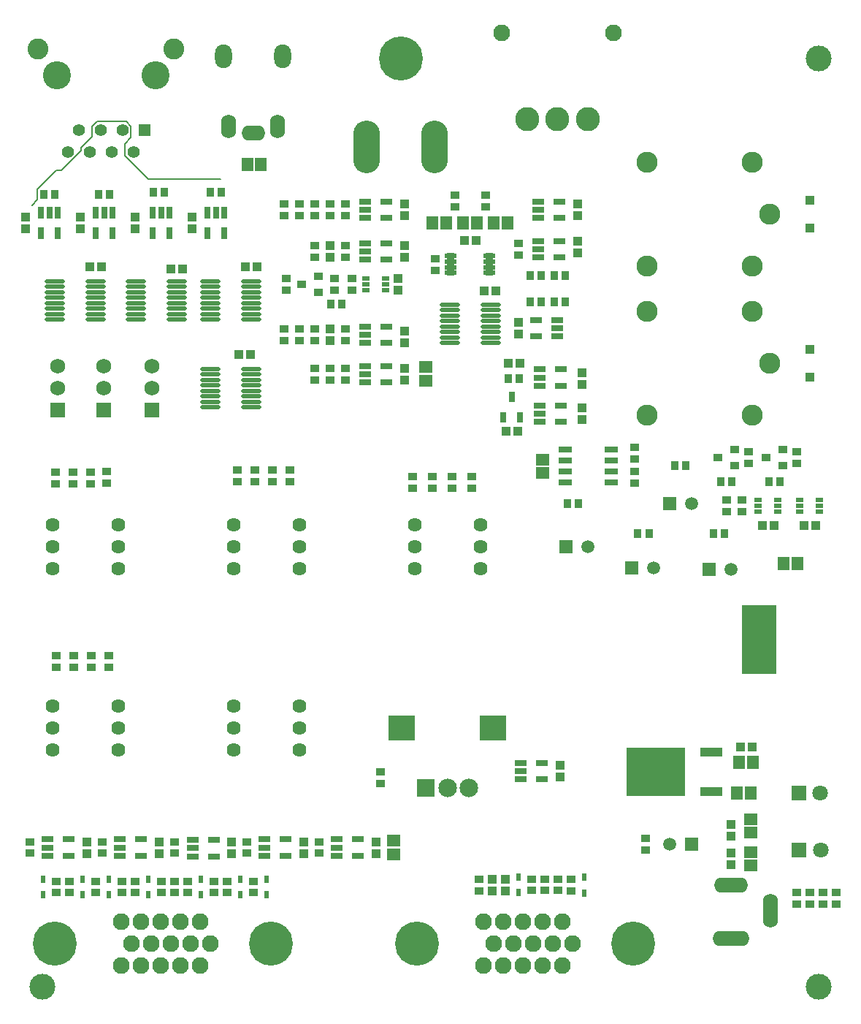
<source format=gts>
G04*
G04 #@! TF.GenerationSoftware,Altium Limited,Altium Designer,23.10.1 (27)*
G04*
G04 Layer_Color=8388736*
%FSLAX25Y25*%
%MOIN*%
G70*
G04*
G04 #@! TF.SameCoordinates,25415466-D0CE-43B0-AC23-F92A6D1D0972*
G04*
G04*
G04 #@! TF.FilePolarity,Negative*
G04*
G01*
G75*
%ADD15C,0.00800*%
%ADD36R,0.04331X0.03937*%
%ADD37R,0.05512X0.03150*%
%ADD38R,0.04134X0.03740*%
%ADD39R,0.03740X0.01968*%
%ADD40R,0.03937X0.03543*%
%ADD41R,0.03740X0.04134*%
%ADD42R,0.05906X0.05512*%
%ADD43R,0.03937X0.04331*%
%ADD44O,0.09252X0.01968*%
%ADD45O,0.05709X0.02362*%
%ADD46R,0.05512X0.05906*%
%ADD47R,0.02756X0.04528*%
%ADD48R,0.06496X0.02756*%
%ADD49R,0.03150X0.05512*%
%ADD50R,0.09843X0.04331*%
%ADD51R,0.27165X0.22244*%
%ADD52R,0.02362X0.03543*%
%ADD53R,0.04134X0.03937*%
%ADD54C,0.11811*%
%ADD55C,0.07677*%
%ADD56C,0.11024*%
%ADD57C,0.20079*%
%ADD58O,0.12205X0.24016*%
%ADD59O,0.07677X0.10827*%
%ADD60O,0.06890X0.10827*%
%ADD61O,0.10827X0.06890*%
%ADD62C,0.00394*%
%ADD63C,0.05472*%
%ADD64R,0.05472X0.05472*%
%ADD65C,0.09528*%
%ADD66C,0.12795*%
%ADD67R,0.05906X0.05906*%
%ADD68C,0.05906*%
%ADD69C,0.09646*%
%ADD70R,0.07087X0.07087*%
%ADD71C,0.07087*%
%ADD72O,0.16929X0.06890*%
%ADD73O,0.15551X0.06890*%
%ADD74O,0.06890X0.15551*%
%ADD75C,0.06394*%
%ADD76R,0.12402X0.11614*%
%ADD77R,0.08465X0.08465*%
%ADD78C,0.08465*%
%ADD79R,0.06890X0.06890*%
%ADD80C,0.06890*%
G36*
X354748Y178000D02*
Y162252D01*
X339000D01*
Y178000D01*
Y193748D01*
X354748D01*
Y178000D01*
D02*
G37*
D15*
X15000Y376000D02*
X15000Y376000D01*
X68205Y388000D02*
X101000D01*
X57430Y398775D02*
X68205Y388000D01*
X57430Y398775D02*
Y403969D01*
X60302Y406842D01*
Y412036D01*
X57997Y414342D02*
X60302Y412036D01*
X44736Y414342D02*
X57997D01*
X42430Y412036D02*
X44736Y414342D01*
X42430Y407430D02*
Y412036D01*
X37430Y402430D02*
X42430Y407430D01*
X37430Y400903D02*
Y402430D01*
X28446Y391919D02*
X37430Y400903D01*
X26120Y391919D02*
X28446D01*
X17568Y383367D02*
X26120Y391919D01*
X17568Y378568D02*
Y383367D01*
X15000Y376000D02*
X17568Y378568D01*
D36*
X185000Y371343D02*
D03*
Y376657D02*
D03*
Y352343D02*
D03*
Y357657D02*
D03*
X151000D02*
D03*
Y352343D02*
D03*
X182000Y337343D02*
D03*
Y342657D02*
D03*
X151000Y314343D02*
D03*
Y319657D02*
D03*
X185000Y313343D02*
D03*
Y318657D02*
D03*
Y296343D02*
D03*
Y301657D02*
D03*
X264000Y371343D02*
D03*
Y376657D02*
D03*
Y354343D02*
D03*
Y359657D02*
D03*
X237000Y322657D02*
D03*
Y317343D02*
D03*
X266000Y294342D02*
D03*
Y299658D02*
D03*
Y278343D02*
D03*
Y283658D02*
D03*
X12000Y370657D02*
D03*
Y365343D02*
D03*
X88000Y370669D02*
D03*
Y365354D02*
D03*
X62000Y370510D02*
D03*
Y365195D02*
D03*
X37000Y370657D02*
D03*
Y365343D02*
D03*
X334000Y93657D02*
D03*
Y88342D02*
D03*
Y80658D02*
D03*
Y75343D02*
D03*
X256000Y115343D02*
D03*
Y120657D02*
D03*
X73000Y80469D02*
D03*
Y85783D02*
D03*
X40000Y80469D02*
D03*
Y85783D02*
D03*
X106000Y80469D02*
D03*
Y85783D02*
D03*
X139000Y80469D02*
D03*
Y85783D02*
D03*
X172000Y80469D02*
D03*
Y85783D02*
D03*
X231000Y63343D02*
D03*
Y68657D02*
D03*
X225000Y63343D02*
D03*
Y68657D02*
D03*
D37*
X167276Y358740D02*
D03*
Y355000D02*
D03*
Y351260D02*
D03*
X176724D02*
D03*
Y358740D02*
D03*
X167276Y377740D02*
D03*
Y374000D02*
D03*
Y370260D02*
D03*
X176724D02*
D03*
Y377740D02*
D03*
X167276Y320740D02*
D03*
Y317000D02*
D03*
Y313260D02*
D03*
X176724D02*
D03*
Y320740D02*
D03*
X167276Y302740D02*
D03*
Y299000D02*
D03*
Y295260D02*
D03*
X176724D02*
D03*
Y302740D02*
D03*
X246276Y377740D02*
D03*
Y374000D02*
D03*
Y370260D02*
D03*
X255724D02*
D03*
Y377740D02*
D03*
X246276Y359740D02*
D03*
Y356000D02*
D03*
Y352260D02*
D03*
X255724D02*
D03*
Y359740D02*
D03*
X254724Y316260D02*
D03*
Y320000D02*
D03*
Y323740D02*
D03*
X245276D02*
D03*
Y316260D02*
D03*
X246929Y301173D02*
D03*
Y297433D02*
D03*
Y293693D02*
D03*
X256378D02*
D03*
Y301173D02*
D03*
X246929Y284646D02*
D03*
Y280906D02*
D03*
Y277165D02*
D03*
X256378D02*
D03*
Y284646D02*
D03*
X238276Y121740D02*
D03*
Y118000D02*
D03*
Y114260D02*
D03*
X247724D02*
D03*
Y121740D02*
D03*
X88551Y86606D02*
D03*
Y82866D02*
D03*
Y79126D02*
D03*
X98000D02*
D03*
Y86606D02*
D03*
X55276Y86866D02*
D03*
Y83126D02*
D03*
Y79386D02*
D03*
X64724D02*
D03*
Y86866D02*
D03*
X22276D02*
D03*
Y83126D02*
D03*
Y79386D02*
D03*
X31724D02*
D03*
Y86866D02*
D03*
X121276D02*
D03*
Y83126D02*
D03*
Y79386D02*
D03*
X130724D02*
D03*
Y86866D02*
D03*
X154276D02*
D03*
Y83126D02*
D03*
Y79386D02*
D03*
X163724D02*
D03*
Y86866D02*
D03*
D38*
X158000Y371441D02*
D03*
Y376559D02*
D03*
X151000Y371441D02*
D03*
Y376559D02*
D03*
X144000Y371441D02*
D03*
Y376559D02*
D03*
X137000D02*
D03*
Y371441D02*
D03*
X130000D02*
D03*
Y376559D02*
D03*
X158000Y352441D02*
D03*
Y357559D02*
D03*
X144000Y352441D02*
D03*
Y357559D02*
D03*
X161000Y342559D02*
D03*
Y337441D02*
D03*
X153000Y342559D02*
D03*
Y337441D02*
D03*
X131000D02*
D03*
Y342559D02*
D03*
X144000Y319559D02*
D03*
Y314441D02*
D03*
X137000D02*
D03*
Y319559D02*
D03*
X130000Y314441D02*
D03*
Y319559D02*
D03*
X158000D02*
D03*
Y314441D02*
D03*
Y301559D02*
D03*
Y296441D02*
D03*
X144000D02*
D03*
Y301559D02*
D03*
X151000Y296441D02*
D03*
Y301559D02*
D03*
X199000Y351559D02*
D03*
Y346441D02*
D03*
X208000Y380559D02*
D03*
Y375441D02*
D03*
X222000Y380559D02*
D03*
Y375441D02*
D03*
X237000Y358559D02*
D03*
Y353441D02*
D03*
X290000Y265559D02*
D03*
Y260441D02*
D03*
Y254559D02*
D03*
Y249441D02*
D03*
X339000Y241559D02*
D03*
Y236441D02*
D03*
X332000Y241559D02*
D03*
Y236441D02*
D03*
X342000Y258441D02*
D03*
Y263559D02*
D03*
X364000Y258441D02*
D03*
Y263559D02*
D03*
X364000Y62559D02*
D03*
Y57441D02*
D03*
X376000Y62559D02*
D03*
Y57441D02*
D03*
X370000Y62559D02*
D03*
Y57441D02*
D03*
X382000Y62559D02*
D03*
Y57441D02*
D03*
X41866Y254220D02*
D03*
Y249102D02*
D03*
X25866Y254220D02*
D03*
Y249102D02*
D03*
X33866D02*
D03*
Y254220D02*
D03*
X49000Y254559D02*
D03*
Y249441D02*
D03*
X108866Y255220D02*
D03*
Y250102D02*
D03*
X116866Y255220D02*
D03*
Y250102D02*
D03*
X124866Y255220D02*
D03*
Y250102D02*
D03*
X132866Y255220D02*
D03*
Y250102D02*
D03*
X188866Y252220D02*
D03*
Y247102D02*
D03*
X197866Y252220D02*
D03*
Y247102D02*
D03*
X206866Y252220D02*
D03*
Y247102D02*
D03*
X215866Y252220D02*
D03*
Y247102D02*
D03*
X50000Y170559D02*
D03*
Y165441D02*
D03*
X42000Y170559D02*
D03*
Y165441D02*
D03*
X34000Y170559D02*
D03*
Y165441D02*
D03*
X26000Y170559D02*
D03*
Y165441D02*
D03*
X174000Y117559D02*
D03*
Y112441D02*
D03*
X74000Y62567D02*
D03*
Y67685D02*
D03*
X62000Y62567D02*
D03*
Y67685D02*
D03*
X56000Y62567D02*
D03*
Y67685D02*
D03*
X44000Y62567D02*
D03*
Y67685D02*
D03*
X32000Y62567D02*
D03*
Y67685D02*
D03*
X26000Y62567D02*
D03*
Y67685D02*
D03*
X86000Y62567D02*
D03*
Y67685D02*
D03*
X80000Y62567D02*
D03*
Y67685D02*
D03*
X98000Y62567D02*
D03*
Y67685D02*
D03*
X104000Y62567D02*
D03*
Y67685D02*
D03*
X116000Y62567D02*
D03*
Y67685D02*
D03*
X80000Y80567D02*
D03*
Y85685D02*
D03*
X47000Y80567D02*
D03*
Y85685D02*
D03*
X14000Y85685D02*
D03*
Y80567D02*
D03*
X113000Y80567D02*
D03*
Y85685D02*
D03*
X146000Y80567D02*
D03*
Y85685D02*
D03*
X295276Y82087D02*
D03*
Y87205D02*
D03*
X219000Y63441D02*
D03*
Y68559D02*
D03*
X243000Y63567D02*
D03*
Y68685D02*
D03*
X249000Y63567D02*
D03*
Y68685D02*
D03*
X255000Y63567D02*
D03*
Y68685D02*
D03*
X261000Y63441D02*
D03*
Y68559D02*
D03*
D39*
X176429Y337441D02*
D03*
Y340000D02*
D03*
Y342559D02*
D03*
X167571D02*
D03*
Y340000D02*
D03*
Y337441D02*
D03*
X346571Y241559D02*
D03*
Y239000D02*
D03*
Y236441D02*
D03*
X355429D02*
D03*
Y239000D02*
D03*
Y241559D02*
D03*
X365571D02*
D03*
Y239000D02*
D03*
Y236441D02*
D03*
X374429D02*
D03*
Y239000D02*
D03*
Y241559D02*
D03*
D40*
X145937Y336260D02*
D03*
Y343740D02*
D03*
X138063Y340000D02*
D03*
X335937Y257260D02*
D03*
Y264740D02*
D03*
X328063Y261000D02*
D03*
X357937Y257260D02*
D03*
Y264740D02*
D03*
X350063Y261000D02*
D03*
D41*
X151441Y331000D02*
D03*
X156559D02*
D03*
X247559Y344000D02*
D03*
X242441D02*
D03*
X258559D02*
D03*
X253441D02*
D03*
Y332000D02*
D03*
X258559D02*
D03*
X242441D02*
D03*
X247559D02*
D03*
X237559Y297000D02*
D03*
X232441D02*
D03*
X264559Y240000D02*
D03*
X259441D02*
D03*
X325984Y226181D02*
D03*
X331102D02*
D03*
X356559Y250000D02*
D03*
X351441D02*
D03*
X334559D02*
D03*
X329441D02*
D03*
X101559Y382000D02*
D03*
X96441D02*
D03*
X75559D02*
D03*
X70441D02*
D03*
X50559Y381000D02*
D03*
X45441D02*
D03*
X25559D02*
D03*
X20441D02*
D03*
X308465Y257181D02*
D03*
X313583D02*
D03*
X296661Y226181D02*
D03*
X291543D02*
D03*
D42*
X194709Y295992D02*
D03*
Y302291D02*
D03*
X248000Y260150D02*
D03*
Y253850D02*
D03*
X343000Y89850D02*
D03*
Y96150D02*
D03*
Y74850D02*
D03*
Y81150D02*
D03*
X180000Y80000D02*
D03*
Y86299D02*
D03*
D43*
X221343Y337000D02*
D03*
X226657D02*
D03*
X212343Y360000D02*
D03*
X217657D02*
D03*
X232343Y304000D02*
D03*
X237657D02*
D03*
X236657Y273000D02*
D03*
X231343D02*
D03*
X348343Y230000D02*
D03*
X353657D02*
D03*
X367343Y230000D02*
D03*
X372657D02*
D03*
X112343Y348000D02*
D03*
X117657D02*
D03*
X78343Y347000D02*
D03*
X83657D02*
D03*
X41342Y348000D02*
D03*
X46657D02*
D03*
X343658Y129000D02*
D03*
X338343D02*
D03*
X114657Y308000D02*
D03*
X109343D02*
D03*
D44*
X224350Y313250D02*
D03*
Y315750D02*
D03*
Y318250D02*
D03*
Y320750D02*
D03*
Y323250D02*
D03*
Y325750D02*
D03*
Y328250D02*
D03*
Y330750D02*
D03*
X205650Y313250D02*
D03*
Y315750D02*
D03*
Y318250D02*
D03*
Y320750D02*
D03*
Y323250D02*
D03*
Y325750D02*
D03*
Y328250D02*
D03*
Y330750D02*
D03*
X62516Y341411D02*
D03*
Y338911D02*
D03*
Y336411D02*
D03*
Y333911D02*
D03*
Y331411D02*
D03*
Y328911D02*
D03*
Y326411D02*
D03*
Y323911D02*
D03*
X81217Y341411D02*
D03*
Y338911D02*
D03*
Y336411D02*
D03*
Y333911D02*
D03*
Y331411D02*
D03*
Y328911D02*
D03*
Y326411D02*
D03*
Y323911D02*
D03*
X96516Y301411D02*
D03*
Y298911D02*
D03*
Y296411D02*
D03*
Y293911D02*
D03*
Y291411D02*
D03*
Y288911D02*
D03*
Y286411D02*
D03*
Y283911D02*
D03*
X115217Y301411D02*
D03*
Y298911D02*
D03*
Y296411D02*
D03*
Y293911D02*
D03*
Y291411D02*
D03*
Y288911D02*
D03*
Y286411D02*
D03*
Y283911D02*
D03*
X25516Y341411D02*
D03*
Y338911D02*
D03*
Y336411D02*
D03*
Y333911D02*
D03*
Y331411D02*
D03*
Y328911D02*
D03*
Y326411D02*
D03*
Y323911D02*
D03*
X44217Y341411D02*
D03*
Y338911D02*
D03*
Y336411D02*
D03*
Y333911D02*
D03*
Y331411D02*
D03*
Y328911D02*
D03*
Y326411D02*
D03*
Y323911D02*
D03*
X96516Y341411D02*
D03*
Y338911D02*
D03*
Y336411D02*
D03*
Y333911D02*
D03*
Y331411D02*
D03*
Y328911D02*
D03*
Y326411D02*
D03*
Y323911D02*
D03*
X115217Y341411D02*
D03*
Y338911D02*
D03*
Y336411D02*
D03*
Y333911D02*
D03*
Y331411D02*
D03*
Y328911D02*
D03*
Y326411D02*
D03*
Y323911D02*
D03*
D45*
X206043Y352839D02*
D03*
Y350280D02*
D03*
Y347720D02*
D03*
Y345161D02*
D03*
X223957Y352839D02*
D03*
Y350280D02*
D03*
Y347720D02*
D03*
Y345161D02*
D03*
D46*
X218150Y368000D02*
D03*
X211850D02*
D03*
X204150D02*
D03*
X197850D02*
D03*
X232150D02*
D03*
X225850D02*
D03*
X364323Y212709D02*
D03*
X358024D02*
D03*
X119638Y394709D02*
D03*
X113338D02*
D03*
X344150Y122000D02*
D03*
X337850D02*
D03*
X343150Y108000D02*
D03*
X336850D02*
D03*
D47*
X230260Y279335D02*
D03*
X237740D02*
D03*
X234000Y288665D02*
D03*
D48*
X258370Y264500D02*
D03*
Y259500D02*
D03*
Y254500D02*
D03*
Y249500D02*
D03*
X279630Y264500D02*
D03*
Y259500D02*
D03*
Y254500D02*
D03*
Y249500D02*
D03*
D49*
X102740Y372724D02*
D03*
X99000D02*
D03*
X95260D02*
D03*
Y363276D02*
D03*
X102740D02*
D03*
X77740Y372724D02*
D03*
X74000D02*
D03*
X70260D02*
D03*
Y363276D02*
D03*
X77740D02*
D03*
X51740Y372724D02*
D03*
X48000D02*
D03*
X44260D02*
D03*
Y363276D02*
D03*
X51740D02*
D03*
X26740Y372724D02*
D03*
X23000D02*
D03*
X19260D02*
D03*
Y363276D02*
D03*
X26740D02*
D03*
D50*
X325142Y126646D02*
D03*
Y108693D02*
D03*
D51*
X299945Y117669D02*
D03*
D52*
X68000Y68669D02*
D03*
Y61583D02*
D03*
X50000Y68669D02*
D03*
Y61583D02*
D03*
X38000Y68669D02*
D03*
Y61583D02*
D03*
X20000Y68669D02*
D03*
Y61583D02*
D03*
X92000Y68669D02*
D03*
Y61583D02*
D03*
X110000Y68669D02*
D03*
Y61583D02*
D03*
X122000Y61583D02*
D03*
Y68669D02*
D03*
X237000Y69669D02*
D03*
Y62583D02*
D03*
X267000Y69543D02*
D03*
Y62457D02*
D03*
D53*
X370000Y378201D02*
D03*
Y365799D02*
D03*
Y310201D02*
D03*
Y297799D02*
D03*
D54*
X374016Y442913D02*
D03*
X19685Y19685D02*
D03*
X374016D02*
D03*
D55*
X280512Y454724D02*
D03*
X229331D02*
D03*
X69341Y39370D02*
D03*
X78337D02*
D03*
X87333D02*
D03*
X96329D02*
D03*
X55846Y49370D02*
D03*
X64843D02*
D03*
X60345Y39370D02*
D03*
X73839Y49370D02*
D03*
X82835D02*
D03*
X91831D02*
D03*
Y29370D02*
D03*
X82835D02*
D03*
X73839D02*
D03*
X55846D02*
D03*
X64843D02*
D03*
X234695Y39370D02*
D03*
X243691D02*
D03*
X252687D02*
D03*
X261683D02*
D03*
X221201Y49370D02*
D03*
X230197D02*
D03*
X225699Y39370D02*
D03*
X239193Y49370D02*
D03*
X248189D02*
D03*
X257185D02*
D03*
Y29370D02*
D03*
X248189D02*
D03*
X239193D02*
D03*
X221201D02*
D03*
X230197D02*
D03*
D56*
X254921Y415354D02*
D03*
X268701D02*
D03*
X241142D02*
D03*
D57*
X183315Y443016D02*
D03*
X123996Y39370D02*
D03*
X25610D02*
D03*
X289350Y39370D02*
D03*
X190965D02*
D03*
D58*
X167764Y402661D02*
D03*
X198866D02*
D03*
D59*
X102600Y444100D02*
D03*
X129400D02*
D03*
D60*
X104700Y412000D02*
D03*
X127300D02*
D03*
D61*
X116000Y408900D02*
D03*
D62*
Y422000D02*
D03*
Y449600D02*
D03*
D63*
X31366Y400406D02*
D03*
X36366Y410406D02*
D03*
X41366Y400406D02*
D03*
X46366Y410406D02*
D03*
X51366Y400406D02*
D03*
X56366Y410406D02*
D03*
X61366Y400406D02*
D03*
D64*
X66366Y410406D02*
D03*
D65*
X17862Y447413D02*
D03*
X79870D02*
D03*
D66*
X26366Y435406D02*
D03*
X71366D02*
D03*
D67*
X288976Y210630D02*
D03*
X324075Y210051D02*
D03*
X258780Y220472D02*
D03*
X306024Y240157D02*
D03*
X316024Y84646D02*
D03*
D68*
X298976Y210630D02*
D03*
X334075Y210051D02*
D03*
X268780Y220472D02*
D03*
X316024Y240157D02*
D03*
X306024Y84646D02*
D03*
D69*
X295866Y348417D02*
D03*
X351772Y372039D02*
D03*
X343898Y395661D02*
D03*
X295866D02*
D03*
X343898Y348417D02*
D03*
X295866Y280417D02*
D03*
X351772Y304039D02*
D03*
X343898Y327661D02*
D03*
X295866D02*
D03*
X343898Y280417D02*
D03*
D70*
X365157Y82000D02*
D03*
X365000Y108000D02*
D03*
D71*
X375000Y82000D02*
D03*
X374842Y108000D02*
D03*
D72*
X334000Y41591D02*
D03*
D73*
Y66000D02*
D03*
D74*
X352307Y54386D02*
D03*
D75*
X54370Y230472D02*
D03*
Y220472D02*
D03*
Y210472D02*
D03*
X24370D02*
D03*
Y230472D02*
D03*
Y220472D02*
D03*
X107047D02*
D03*
Y230472D02*
D03*
Y210472D02*
D03*
X137047D02*
D03*
Y220472D02*
D03*
Y230472D02*
D03*
X54370Y147795D02*
D03*
Y137795D02*
D03*
Y127795D02*
D03*
X24370D02*
D03*
Y147795D02*
D03*
Y137795D02*
D03*
X219724Y230472D02*
D03*
Y220472D02*
D03*
Y210472D02*
D03*
X189724D02*
D03*
Y230472D02*
D03*
Y220472D02*
D03*
X137047Y147795D02*
D03*
Y137795D02*
D03*
Y127795D02*
D03*
X107047D02*
D03*
Y147795D02*
D03*
Y137795D02*
D03*
D76*
X183858D02*
D03*
X225591D02*
D03*
D77*
X194882Y110236D02*
D03*
D78*
X214567D02*
D03*
X204724D02*
D03*
D79*
X26866Y282661D02*
D03*
X47866D02*
D03*
X69866D02*
D03*
D80*
X26866Y292661D02*
D03*
Y302661D02*
D03*
X47866Y292661D02*
D03*
Y302661D02*
D03*
X69866Y292661D02*
D03*
Y302661D02*
D03*
M02*

</source>
